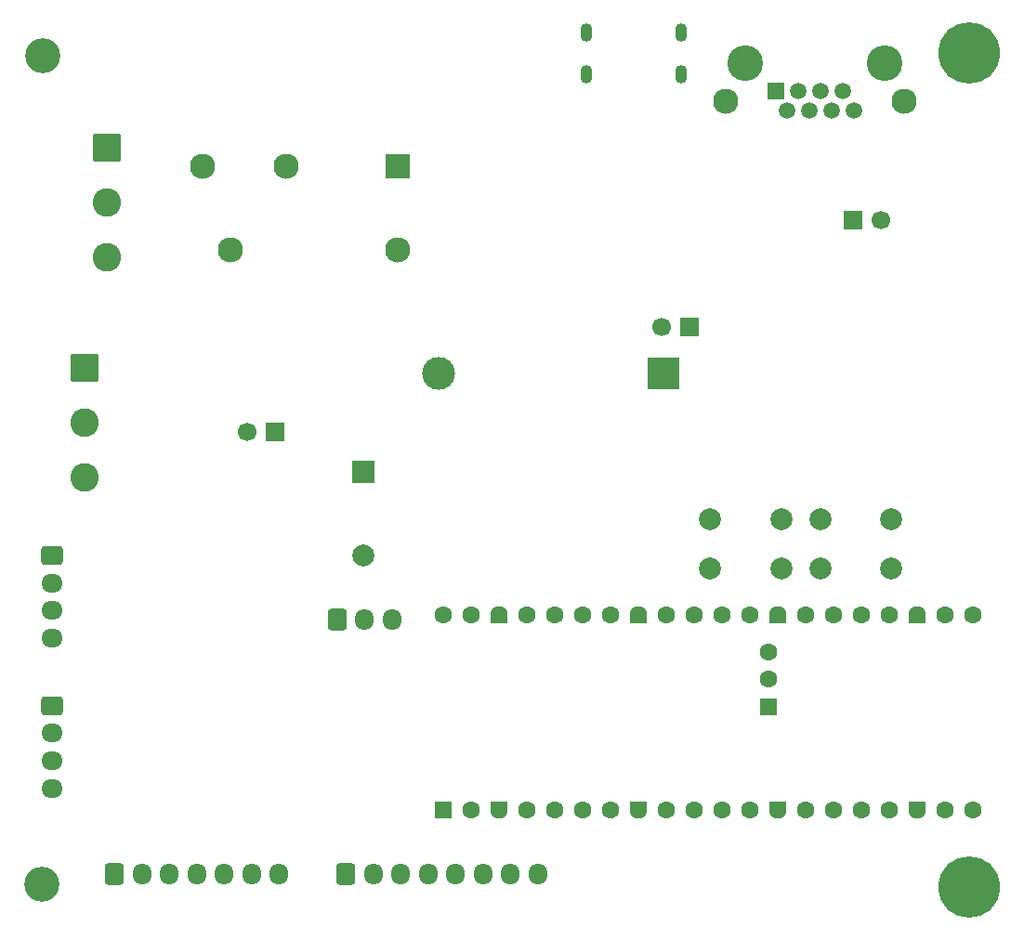
<source format=gbr>
%TF.GenerationSoftware,KiCad,Pcbnew,9.0.6-rc2*%
%TF.CreationDate,2025-10-26T22:09:16+01:00*%
%TF.ProjectId,CAN,43414e2e-6b69-4636-9164-5f7063625858,rev?*%
%TF.SameCoordinates,Original*%
%TF.FileFunction,Soldermask,Bot*%
%TF.FilePolarity,Negative*%
%FSLAX46Y46*%
G04 Gerber Fmt 4.6, Leading zero omitted, Abs format (unit mm)*
G04 Created by KiCad (PCBNEW 9.0.6-rc2) date 2025-10-26 22:09:16*
%MOMM*%
%LPD*%
G01*
G04 APERTURE LIST*
G04 Aperture macros list*
%AMRoundRect*
0 Rectangle with rounded corners*
0 $1 Rounding radius*
0 $2 $3 $4 $5 $6 $7 $8 $9 X,Y pos of 4 corners*
0 Add a 4 corners polygon primitive as box body*
4,1,4,$2,$3,$4,$5,$6,$7,$8,$9,$2,$3,0*
0 Add four circle primitives for the rounded corners*
1,1,$1+$1,$2,$3*
1,1,$1+$1,$4,$5*
1,1,$1+$1,$6,$7*
1,1,$1+$1,$8,$9*
0 Add four rect primitives between the rounded corners*
20,1,$1+$1,$2,$3,$4,$5,0*
20,1,$1+$1,$4,$5,$6,$7,0*
20,1,$1+$1,$6,$7,$8,$9,0*
20,1,$1+$1,$8,$9,$2,$3,0*%
%AMFreePoly0*
4,1,37,0.603843,0.796157,0.639018,0.796157,0.711114,0.766294,0.766294,0.711114,0.796157,0.639018,0.796157,0.603843,0.800000,0.600000,0.800000,-0.600000,0.796157,-0.603843,0.796157,-0.639018,0.766294,-0.711114,0.711114,-0.766294,0.639018,-0.796157,0.603843,-0.796157,0.600000,-0.800000,0.000000,-0.800000,0.000000,-0.796148,-0.078414,-0.796148,-0.232228,-0.765552,-0.377117,-0.705537,
-0.507515,-0.618408,-0.618408,-0.507515,-0.705537,-0.377117,-0.765552,-0.232228,-0.796148,-0.078414,-0.796148,0.078414,-0.765552,0.232228,-0.705537,0.377117,-0.618408,0.507515,-0.507515,0.618408,-0.377117,0.705537,-0.232228,0.765552,-0.078414,0.796148,0.000000,0.796148,0.000000,0.800000,0.600000,0.800000,0.603843,0.796157,0.603843,0.796157,$1*%
%AMFreePoly1*
4,1,37,0.000000,0.796148,0.078414,0.796148,0.232228,0.765552,0.377117,0.705537,0.507515,0.618408,0.618408,0.507515,0.705537,0.377117,0.765552,0.232228,0.796148,0.078414,0.796148,-0.078414,0.765552,-0.232228,0.705537,-0.377117,0.618408,-0.507515,0.507515,-0.618408,0.377117,-0.705537,0.232228,-0.765552,0.078414,-0.796148,0.000000,-0.796148,0.000000,-0.800000,-0.600000,-0.800000,
-0.603843,-0.796157,-0.639018,-0.796157,-0.711114,-0.766294,-0.766294,-0.711114,-0.796157,-0.639018,-0.796157,-0.603843,-0.800000,-0.600000,-0.800000,0.600000,-0.796157,0.603843,-0.796157,0.639018,-0.766294,0.711114,-0.711114,0.766294,-0.639018,0.796157,-0.603843,0.796157,-0.600000,0.800000,0.000000,0.800000,0.000000,0.796148,0.000000,0.796148,$1*%
G04 Aperture macros list end*
%ADD10RoundRect,0.200000X0.600000X-0.600000X0.600000X0.600000X-0.600000X0.600000X-0.600000X-0.600000X0*%
%ADD11C,1.600000*%
%ADD12FreePoly0,90.000000*%
%ADD13FreePoly1,90.000000*%
%ADD14R,1.600000X1.600000*%
%ADD15RoundRect,0.250000X-1.050000X1.050000X-1.050000X-1.050000X1.050000X-1.050000X1.050000X1.050000X0*%
%ADD16C,2.600000*%
%ADD17C,2.000000*%
%ADD18O,1.100000X1.700000*%
%ADD19RoundRect,0.250000X-0.600000X-0.725000X0.600000X-0.725000X0.600000X0.725000X-0.600000X0.725000X0*%
%ADD20O,1.700000X1.950000*%
%ADD21R,1.700000X1.700000*%
%ADD22C,1.700000*%
%ADD23RoundRect,0.250000X-0.725000X0.600000X-0.725000X-0.600000X0.725000X-0.600000X0.725000X0.600000X0*%
%ADD24O,1.950000X1.700000*%
%ADD25C,3.200000*%
%ADD26C,3.250000*%
%ADD27R,1.500000X1.500000*%
%ADD28C,1.500000*%
%ADD29C,2.300000*%
%ADD30R,2.300000X2.300000*%
%ADD31C,5.600000*%
%ADD32R,2.000000X2.000000*%
%ADD33R,3.000000X3.000000*%
%ADD34C,3.000000*%
G04 APERTURE END LIST*
D10*
%TO.C,A1*%
X159570000Y-119080000D03*
D11*
X162110000Y-119080000D03*
D12*
X164650000Y-119080000D03*
D11*
X167190000Y-119080000D03*
X169730000Y-119080000D03*
X172270000Y-119080000D03*
X174810000Y-119080000D03*
D12*
X177350000Y-119080000D03*
D11*
X179890000Y-119080000D03*
X182430000Y-119080000D03*
X184970000Y-119080000D03*
X187510000Y-119080000D03*
D12*
X190050000Y-119080000D03*
D11*
X192590000Y-119080000D03*
X195130000Y-119080000D03*
X197670000Y-119080000D03*
X200210000Y-119080000D03*
D12*
X202750000Y-119080000D03*
D11*
X205290000Y-119080000D03*
X207830000Y-119080000D03*
X207830000Y-101300000D03*
X205290000Y-101300000D03*
D13*
X202750000Y-101300000D03*
D11*
X200210000Y-101300000D03*
X197670000Y-101300000D03*
X195130000Y-101300000D03*
X192590000Y-101300000D03*
D13*
X190050000Y-101300000D03*
D11*
X187510000Y-101300000D03*
X184970000Y-101300000D03*
X182430000Y-101300000D03*
X179890000Y-101300000D03*
D13*
X177350000Y-101300000D03*
D11*
X174810000Y-101300000D03*
X172270000Y-101300000D03*
X169730000Y-101300000D03*
X167190000Y-101300000D03*
D13*
X164650000Y-101300000D03*
D11*
X162110000Y-101300000D03*
X159570000Y-101300000D03*
D14*
X189200000Y-109690000D03*
D11*
X189200000Y-104690000D03*
X189200000Y-107190000D03*
%TD*%
D15*
%TO.C,J9*%
X126900000Y-78800000D03*
D16*
X126900000Y-83800000D03*
X126900000Y-88800000D03*
%TD*%
D17*
%TO.C,SW1*%
X193900000Y-92600000D03*
X200400000Y-92600000D03*
X193900000Y-97100000D03*
X200400000Y-97100000D03*
%TD*%
D18*
%TO.C,J1*%
X181270000Y-52000000D03*
X181270000Y-48200000D03*
X172630000Y-52000000D03*
X172630000Y-48200000D03*
%TD*%
D17*
%TO.C,SW2*%
X183900000Y-92600000D03*
X190400000Y-92600000D03*
X183900000Y-97100000D03*
X190400000Y-97100000D03*
%TD*%
D19*
%TO.C,J5*%
X129600000Y-124900000D03*
D20*
X132100000Y-124900000D03*
X134600000Y-124900000D03*
X137100000Y-124900000D03*
X139600000Y-124900000D03*
X142100000Y-124900000D03*
X144600000Y-124900000D03*
%TD*%
D21*
%TO.C,JP3*%
X182000000Y-75100000D03*
D22*
X179460000Y-75100000D03*
%TD*%
D23*
%TO.C,J2*%
X123900000Y-95900000D03*
D24*
X123900000Y-98400000D03*
X123900000Y-100900000D03*
X123900000Y-103400000D03*
%TD*%
D21*
%TO.C,JP2*%
X144240000Y-84600000D03*
D22*
X141700000Y-84600000D03*
%TD*%
D25*
%TO.C,H3*%
X123100000Y-50300000D03*
%TD*%
D26*
%TO.C,J6*%
X187050000Y-51050000D03*
X199750000Y-51050000D03*
D27*
X189840000Y-53590000D03*
D28*
X190856000Y-55370000D03*
X191872000Y-53590000D03*
X192888000Y-55370000D03*
X193904000Y-53590000D03*
X194920000Y-55370000D03*
X195936000Y-53590000D03*
X196952000Y-55370000D03*
D29*
X185270000Y-54480000D03*
X201530000Y-54480000D03*
%TD*%
D23*
%TO.C,J3*%
X123900000Y-109600000D03*
D24*
X123900000Y-112100000D03*
X123900000Y-114600000D03*
X123900000Y-117100000D03*
%TD*%
D21*
%TO.C,JP1*%
X196900000Y-65300000D03*
D22*
X199440000Y-65300000D03*
%TD*%
D30*
%TO.C,K1*%
X155375000Y-60400000D03*
D29*
X145215000Y-60400000D03*
X137595000Y-60400000D03*
X140135000Y-68020000D03*
X155375000Y-68020000D03*
%TD*%
D19*
%TO.C,J7*%
X149900000Y-101700000D03*
D20*
X152400000Y-101700000D03*
X154900000Y-101700000D03*
%TD*%
D31*
%TO.C,H2*%
X207500000Y-50100000D03*
%TD*%
D25*
%TO.C,H4*%
X123000000Y-125900000D03*
%TD*%
D19*
%TO.C,J4*%
X150700000Y-124900000D03*
D20*
X153200000Y-124900000D03*
X155700000Y-124900000D03*
X158200000Y-124900000D03*
X160700000Y-124900000D03*
X163200000Y-124900000D03*
X165700000Y-124900000D03*
X168200000Y-124900000D03*
%TD*%
D32*
%TO.C,BZ1*%
X152300000Y-88300000D03*
D17*
X152300000Y-95900000D03*
%TD*%
D15*
%TO.C,J8*%
X128927500Y-58700000D03*
D16*
X128927500Y-63700000D03*
X128927500Y-68700000D03*
%TD*%
D31*
%TO.C,H1*%
X207500000Y-126100000D03*
%TD*%
D33*
%TO.C,BT1*%
X179670000Y-79295001D03*
D34*
X159180000Y-79295001D03*
%TD*%
M02*

</source>
